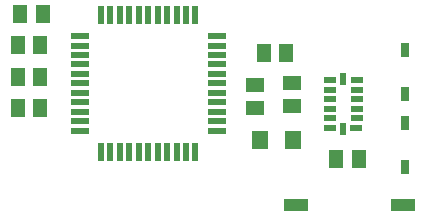
<source format=gtp>
G75*
%MOIN*%
%OFA0B0*%
%FSLAX25Y25*%
%IPPOS*%
%LPD*%
%AMOC8*
5,1,8,0,0,1.08239X$1,22.5*
%
%ADD10R,0.05118X0.05906*%
%ADD11R,0.05906X0.05118*%
%ADD12R,0.05512X0.06299*%
%ADD13R,0.01969X0.05906*%
%ADD14R,0.05906X0.01969*%
%ADD15R,0.04424X0.01969*%
%ADD16R,0.01969X0.04424*%
%ADD17R,0.07900X0.04300*%
%ADD18R,0.02756X0.04724*%
D10*
X0039122Y0050968D03*
X0046602Y0050968D03*
X0046594Y0061187D03*
X0039114Y0061187D03*
X0039114Y0072111D03*
X0046594Y0072111D03*
X0047396Y0082430D03*
X0039915Y0082430D03*
X0121104Y0069306D03*
X0128585Y0069306D03*
X0145261Y0034040D03*
X0152741Y0034040D03*
D11*
X0130649Y0051715D03*
X0118039Y0051052D03*
X0118039Y0058533D03*
X0130649Y0059196D03*
D12*
X0130793Y0040399D03*
X0119770Y0040399D03*
D13*
X0066834Y0036393D03*
X0069984Y0036393D03*
X0073133Y0036393D03*
X0076283Y0036393D03*
X0079432Y0036393D03*
X0082582Y0036393D03*
X0085732Y0036393D03*
X0088881Y0036393D03*
X0092031Y0036393D03*
X0095180Y0036393D03*
X0098330Y0036393D03*
X0098330Y0082062D03*
X0095180Y0082062D03*
X0092031Y0082062D03*
X0088881Y0082062D03*
X0085732Y0082062D03*
X0082582Y0082062D03*
X0079432Y0082062D03*
X0076283Y0082062D03*
X0073133Y0082062D03*
X0069984Y0082062D03*
X0066834Y0082062D03*
D14*
X0059747Y0074976D03*
X0059747Y0071826D03*
X0059747Y0068677D03*
X0059747Y0065527D03*
X0059747Y0062377D03*
X0059747Y0059228D03*
X0059747Y0056078D03*
X0059747Y0052929D03*
X0059747Y0049779D03*
X0059747Y0046629D03*
X0059747Y0043480D03*
X0105417Y0043480D03*
X0105417Y0046629D03*
X0105417Y0049779D03*
X0105417Y0052929D03*
X0105417Y0056078D03*
X0105417Y0059228D03*
X0105417Y0062377D03*
X0105417Y0065527D03*
X0105417Y0068677D03*
X0105417Y0071826D03*
X0105417Y0074976D03*
D15*
X0143060Y0060195D03*
X0143060Y0057045D03*
X0143060Y0053895D03*
X0143060Y0050746D03*
X0143060Y0047596D03*
X0143060Y0044447D03*
X0151991Y0044447D03*
X0152021Y0047596D03*
X0152021Y0050746D03*
X0152021Y0053895D03*
X0152021Y0057045D03*
X0152021Y0060195D03*
D16*
X0147540Y0060588D03*
X0147540Y0044053D03*
D17*
X0131988Y0018551D03*
X0167388Y0018551D03*
D18*
X0168080Y0031470D03*
X0168080Y0046037D03*
X0168289Y0055627D03*
X0168289Y0070193D03*
M02*

</source>
